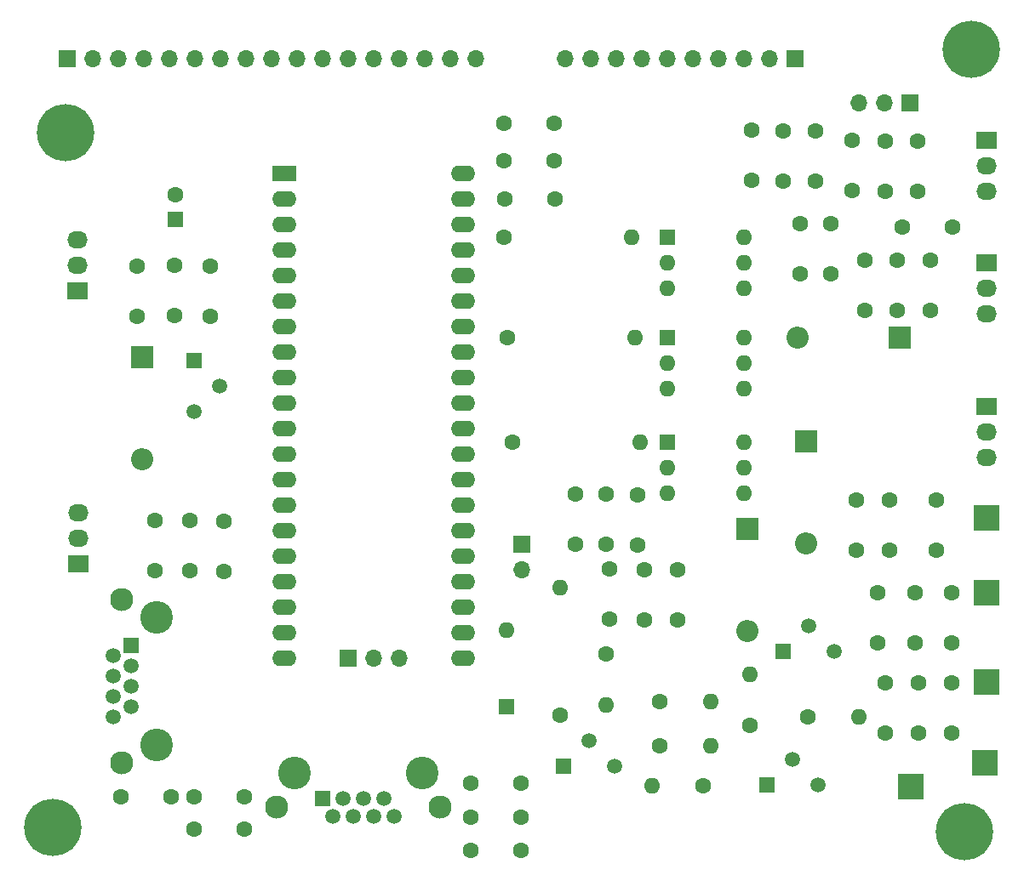
<source format=gbr>
%TF.GenerationSoftware,KiCad,Pcbnew,(6.0.9)*%
%TF.CreationDate,2023-09-14T23:12:55+02:00*%
%TF.ProjectId,Ampli144MHz,416d706c-6931-4343-944d-487a2e6b6963,1.1*%
%TF.SameCoordinates,Original*%
%TF.FileFunction,Soldermask,Top*%
%TF.FilePolarity,Negative*%
%FSLAX46Y46*%
G04 Gerber Fmt 4.6, Leading zero omitted, Abs format (unit mm)*
G04 Created by KiCad (PCBNEW (6.0.9)) date 2023-09-14 23:12:55*
%MOMM*%
%LPD*%
G01*
G04 APERTURE LIST*
%ADD10C,1.600000*%
%ADD11R,2.200000X2.200000*%
%ADD12O,2.200000X2.200000*%
%ADD13R,1.700000X1.700000*%
%ADD14O,1.700000X1.700000*%
%ADD15R,2.030000X1.730000*%
%ADD16O,2.030000X1.730000*%
%ADD17R,2.500000X2.500000*%
%ADD18O,1.600000X1.600000*%
%ADD19R,2.400000X1.600000*%
%ADD20O,2.400000X1.600000*%
%ADD21R,1.500000X1.500000*%
%ADD22C,1.500000*%
%ADD23C,5.700000*%
%ADD24C,3.250000*%
%ADD25C,2.300000*%
%ADD26R,1.600000X1.600000*%
G04 APERTURE END LIST*
D10*
%TO.C,Cc6*%
X96734000Y-121793000D03*
X91734000Y-121793000D03*
%TD*%
D11*
%TO.C,D4*%
X154051000Y-95123000D03*
D12*
X154051000Y-105283000D03*
%TD*%
D13*
%TO.C,UI2C*%
X114315000Y-107950000D03*
D14*
X116855000Y-107950000D03*
X119395000Y-107950000D03*
%TD*%
D13*
%TO.C,JCIV1*%
X131572000Y-96642000D03*
D14*
X131572000Y-99182000D03*
%TD*%
D10*
%TO.C,Cb15*%
X139954000Y-96647000D03*
X139954000Y-91647000D03*
%TD*%
%TO.C,Cc9*%
X174371000Y-115443000D03*
X174371000Y-110443000D03*
%TD*%
%TO.C,Cb14*%
X157607000Y-60452000D03*
X157607000Y-55452000D03*
%TD*%
D15*
%TO.C,JS+P*%
X177800000Y-68580000D03*
D16*
X177800000Y-71120000D03*
X177800000Y-73660000D03*
%TD*%
D10*
%TO.C,Cb9*%
X171069000Y-115443000D03*
X171069000Y-110443000D03*
%TD*%
D17*
%TO.C,CK2*%
X177800000Y-101473000D03*
%TD*%
D10*
%TO.C,R4*%
X139954000Y-107588000D03*
D18*
X139954000Y-112668000D03*
%TD*%
D19*
%TO.C,U1*%
X107950000Y-59695000D03*
D20*
X107950000Y-62235000D03*
X107950000Y-64775000D03*
X107950000Y-67315000D03*
X107950000Y-69855000D03*
X107950000Y-72395000D03*
X107950000Y-74935000D03*
X107950000Y-77475000D03*
X107950000Y-80015000D03*
X107950000Y-82555000D03*
X107950000Y-85095000D03*
X107950000Y-87635000D03*
X107950000Y-90175000D03*
X107950000Y-92715000D03*
X107950000Y-95255000D03*
X107950000Y-97795000D03*
X107950000Y-100335000D03*
X107950000Y-102875000D03*
X107950000Y-105415000D03*
X107950000Y-107955000D03*
X125730000Y-107955000D03*
X125730000Y-105415000D03*
X125730000Y-102875000D03*
X125730000Y-100335000D03*
X125730000Y-97795000D03*
X125730000Y-95255000D03*
X125730000Y-92715000D03*
X125730000Y-90175000D03*
X125730000Y-87635000D03*
X125730000Y-85095000D03*
X125730000Y-82555000D03*
X125730000Y-80015000D03*
X125730000Y-77475000D03*
X125730000Y-74935000D03*
X125730000Y-72395000D03*
X125730000Y-69855000D03*
X125730000Y-67315000D03*
X125730000Y-64775000D03*
X125730000Y-62235000D03*
X125730000Y-59695000D03*
%TD*%
D15*
%TO.C,J5*%
X87376000Y-71374000D03*
D16*
X87376000Y-68834000D03*
X87376000Y-66294000D03*
%TD*%
D10*
%TO.C,Ca7*%
X172847000Y-92242000D03*
X172847000Y-97242000D03*
%TD*%
D21*
%TO.C,U7809*%
X98954000Y-78359000D03*
D22*
X101494000Y-80899000D03*
X98954000Y-83439000D03*
%TD*%
D10*
%TO.C,Cc4*%
X170942000Y-56515000D03*
X170942000Y-61515000D03*
%TD*%
D23*
%TO.C,H3*%
X84963000Y-124841000D03*
%TD*%
D13*
%TO.C,JAmp*%
X170165000Y-52660000D03*
D14*
X167625000Y-52660000D03*
X165085000Y-52660000D03*
%TD*%
D10*
%TO.C,Cc7*%
X164846000Y-97242000D03*
X164846000Y-92242000D03*
%TD*%
D11*
%TO.C,D5*%
X93853000Y-77978000D03*
D12*
X93853000Y-88138000D03*
%TD*%
D10*
%TO.C,Ca3*%
X172212000Y-73326000D03*
X172212000Y-68326000D03*
%TD*%
D15*
%TO.C,JTemp*%
X87509000Y-98552000D03*
D16*
X87509000Y-96012000D03*
X87509000Y-93472000D03*
%TD*%
D10*
%TO.C,Cb6*%
X98973000Y-124968000D03*
X103973000Y-124968000D03*
%TD*%
D24*
%TO.C,RJ45-IN*%
X121670000Y-119380000D03*
X108970000Y-119380000D03*
D21*
X111760000Y-121920000D03*
D22*
X112776000Y-123700000D03*
X113792000Y-121920000D03*
X114808000Y-123700000D03*
X115824000Y-121920000D03*
X116840000Y-123700000D03*
X117856000Y-121920000D03*
X118872000Y-123700000D03*
D25*
X123450000Y-122810000D03*
X107190000Y-122810000D03*
%TD*%
D17*
%TO.C,CK1*%
X177800000Y-93980000D03*
%TD*%
%TO.C,CK3*%
X177800000Y-110363000D03*
%TD*%
D10*
%TO.C,Ra6*%
X145288000Y-116713000D03*
D18*
X150368000Y-116713000D03*
%TD*%
D26*
%TO.C,C11*%
X97155000Y-64301380D03*
D10*
X97155000Y-61801380D03*
%TD*%
D17*
%TO.C,CKBias1*%
X170307000Y-120777000D03*
%TD*%
D10*
%TO.C,Ca13*%
X159258000Y-69683000D03*
X159258000Y-64683000D03*
%TD*%
%TO.C,Cb2*%
X98552000Y-99274000D03*
X98552000Y-94274000D03*
%TD*%
%TO.C,Cb16*%
X143764000Y-104140000D03*
X143764000Y-99140000D03*
%TD*%
%TO.C,R2*%
X130175000Y-76073000D03*
D18*
X142875000Y-76073000D03*
%TD*%
D10*
%TO.C,Ca16*%
X140335000Y-104100000D03*
X140335000Y-99100000D03*
%TD*%
%TO.C,Ca12*%
X93345000Y-68961000D03*
X93345000Y-73961000D03*
%TD*%
%TO.C,Cc16*%
X147066000Y-104140000D03*
X147066000Y-99140000D03*
%TD*%
%TO.C,R3*%
X130683000Y-86487000D03*
D18*
X143383000Y-86487000D03*
%TD*%
D10*
%TO.C,Ca15*%
X136906000Y-96647000D03*
X136906000Y-91647000D03*
%TD*%
%TO.C,Ca14*%
X160782000Y-60452000D03*
X160782000Y-55452000D03*
%TD*%
%TO.C,Cb8*%
X170688000Y-101473000D03*
X170688000Y-106473000D03*
%TD*%
%TO.C,Cc1*%
X134874000Y-62230000D03*
X129874000Y-62230000D03*
%TD*%
D26*
%TO.C,D1*%
X130048000Y-112776000D03*
D18*
X130048000Y-105156000D03*
%TD*%
D10*
%TO.C,Cb1*%
X129834000Y-58420000D03*
X134834000Y-58420000D03*
%TD*%
%TO.C,Cc12*%
X100584000Y-68961000D03*
X100584000Y-73961000D03*
%TD*%
D17*
%TO.C,CK220V*%
X177673000Y-118364000D03*
%TD*%
D10*
%TO.C,Ca4*%
X164465000Y-56428000D03*
X164465000Y-61428000D03*
%TD*%
%TO.C,Ra4*%
X149587000Y-120650000D03*
D18*
X144507000Y-120650000D03*
%TD*%
D10*
%TO.C,Ca5*%
X126532000Y-127127000D03*
X131532000Y-127127000D03*
%TD*%
%TO.C,Ca2*%
X95123000Y-94274000D03*
X95123000Y-99274000D03*
%TD*%
D11*
%TO.C,D3*%
X159893000Y-86360000D03*
D12*
X159893000Y-96520000D03*
%TD*%
D10*
%TO.C,Cc8*%
X167005000Y-106426000D03*
X167005000Y-101426000D03*
%TD*%
%TO.C,Cc2*%
X101981000Y-99314000D03*
X101981000Y-94314000D03*
%TD*%
D23*
%TO.C,H2*%
X86233000Y-55626000D03*
%TD*%
D10*
%TO.C,Ca8*%
X174371000Y-101473000D03*
X174371000Y-106473000D03*
%TD*%
%TO.C,Cc3*%
X165735000Y-73326000D03*
X165735000Y-68326000D03*
%TD*%
D26*
%TO.C,U22*%
X146060000Y-86487000D03*
D18*
X146060000Y-89027000D03*
X146060000Y-91567000D03*
X153680000Y-91567000D03*
X153680000Y-89027000D03*
X153680000Y-86487000D03*
%TD*%
D11*
%TO.C,D2*%
X169164000Y-76073000D03*
D12*
X159004000Y-76073000D03*
%TD*%
D10*
%TO.C,Cb4*%
X167767000Y-56468000D03*
X167767000Y-61468000D03*
%TD*%
%TO.C,Cc5*%
X126532000Y-120396000D03*
X131532000Y-120396000D03*
%TD*%
%TO.C,Ca1*%
X134834000Y-54737000D03*
X129834000Y-54737000D03*
%TD*%
D13*
%TO.C,JADC16bits*%
X158750000Y-48260000D03*
D14*
X156210000Y-48260000D03*
X153670000Y-48260000D03*
X151130000Y-48260000D03*
X148590000Y-48260000D03*
X146050000Y-48260000D03*
X143510000Y-48260000D03*
X140970000Y-48260000D03*
X138430000Y-48260000D03*
X135890000Y-48260000D03*
%TD*%
D15*
%TO.C,JdBm*%
X177800000Y-56378000D03*
D16*
X177800000Y-58918000D03*
X177800000Y-61458000D03*
%TD*%
D10*
%TO.C,R6*%
X145288000Y-112268000D03*
D18*
X150368000Y-112268000D03*
%TD*%
D10*
%TO.C,Cb3*%
X168910000Y-73326000D03*
X168910000Y-68326000D03*
%TD*%
D23*
%TO.C,H4*%
X175641000Y-125222000D03*
%TD*%
D10*
%TO.C,Cb5*%
X126532000Y-123825000D03*
X131532000Y-123825000D03*
%TD*%
%TO.C,Cb13*%
X162306000Y-69683000D03*
X162306000Y-64683000D03*
%TD*%
D26*
%TO.C,U21*%
X146060000Y-76088000D03*
D18*
X146060000Y-78628000D03*
X146060000Y-81168000D03*
X153680000Y-81168000D03*
X153680000Y-78628000D03*
X153680000Y-76088000D03*
%TD*%
D21*
%TO.C,Q3*%
X155946000Y-120611000D03*
D22*
X158486000Y-118071000D03*
X161026000Y-120611000D03*
%TD*%
D10*
%TO.C,Cb12*%
X97028000Y-68874000D03*
X97028000Y-73874000D03*
%TD*%
D26*
%TO.C,U20*%
X146060000Y-66055000D03*
D18*
X146060000Y-68595000D03*
X146060000Y-71135000D03*
X153680000Y-71135000D03*
X153680000Y-68595000D03*
X153680000Y-66055000D03*
%TD*%
D10*
%TO.C,R1*%
X129794000Y-66040000D03*
D18*
X142494000Y-66040000D03*
%TD*%
D24*
%TO.C,RJ45-OUT*%
X95250000Y-103890000D03*
X95250000Y-116590000D03*
D21*
X92710000Y-106680000D03*
D22*
X90930000Y-107696000D03*
X92710000Y-108712000D03*
X90930000Y-109728000D03*
X92710000Y-110744000D03*
X90930000Y-111760000D03*
X92710000Y-112776000D03*
X90930000Y-113792000D03*
D25*
X91820000Y-118370000D03*
X91820000Y-102110000D03*
%TD*%
D10*
%TO.C,Ra7*%
X160039000Y-113792000D03*
D18*
X165119000Y-113792000D03*
%TD*%
D21*
%TO.C,Q2*%
X157597000Y-107276000D03*
D22*
X160137000Y-104736000D03*
X162677000Y-107276000D03*
%TD*%
D10*
%TO.C,Cc15*%
X143129000Y-96734000D03*
X143129000Y-91734000D03*
%TD*%
D13*
%TO.C,JTFT+Touch*%
X86355000Y-48260000D03*
D14*
X88895000Y-48260000D03*
X91435000Y-48260000D03*
X93975000Y-48260000D03*
X96515000Y-48260000D03*
X99055000Y-48260000D03*
X101595000Y-48260000D03*
X104135000Y-48260000D03*
X106675000Y-48260000D03*
X109215000Y-48260000D03*
X111755000Y-48260000D03*
X114295000Y-48260000D03*
X116835000Y-48260000D03*
X119375000Y-48260000D03*
X121915000Y-48260000D03*
X124455000Y-48260000D03*
X126995000Y-48260000D03*
%TD*%
D10*
%TO.C,Cc14*%
X154432000Y-60412000D03*
X154432000Y-55412000D03*
%TD*%
D15*
%TO.C,Alim +28V*%
X177794000Y-82921000D03*
D16*
X177794000Y-85461000D03*
X177794000Y-88001000D03*
%TD*%
D10*
%TO.C,Ca9*%
X167767000Y-115443000D03*
X167767000Y-110443000D03*
%TD*%
%TO.C,R5*%
X135382000Y-113665000D03*
D18*
X135382000Y-100965000D03*
%TD*%
D10*
%TO.C,Ca6*%
X98973000Y-121793000D03*
X103973000Y-121793000D03*
%TD*%
D21*
%TO.C,Q1*%
X135763000Y-118724000D03*
D22*
X138303000Y-116184000D03*
X140843000Y-118724000D03*
%TD*%
D10*
%TO.C,Cb7*%
X168148000Y-97242000D03*
X168148000Y-92242000D03*
%TD*%
%TO.C,Cc13*%
X169458000Y-65024000D03*
X174458000Y-65024000D03*
%TD*%
D23*
%TO.C,H1*%
X176276000Y-47371000D03*
%TD*%
D10*
%TO.C,R7*%
X154305000Y-114662000D03*
D18*
X154305000Y-109582000D03*
%TD*%
M02*

</source>
